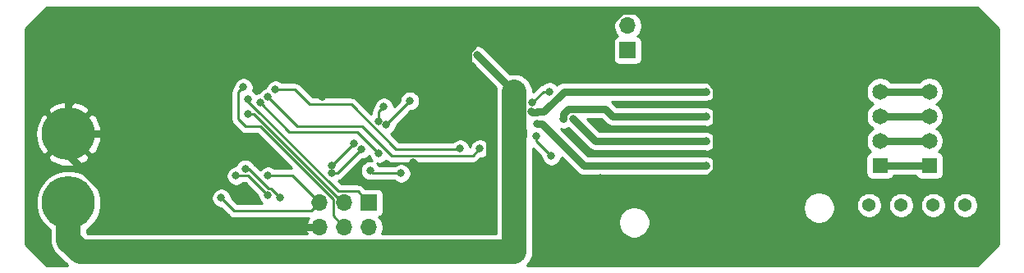
<source format=gbr>
%TF.GenerationSoftware,KiCad,Pcbnew,5.1.8-db9833491~88~ubuntu20.04.1*%
%TF.CreationDate,2020-12-21T09:27:26-06:00*%
%TF.ProjectId,main,6d61696e-2e6b-4696-9361-645f70636258,rev?*%
%TF.SameCoordinates,Original*%
%TF.FileFunction,Copper,L2,Bot*%
%TF.FilePolarity,Positive*%
%FSLAX46Y46*%
G04 Gerber Fmt 4.6, Leading zero omitted, Abs format (unit mm)*
G04 Created by KiCad (PCBNEW 5.1.8-db9833491~88~ubuntu20.04.1) date 2020-12-21 09:27:26*
%MOMM*%
%LPD*%
G01*
G04 APERTURE LIST*
%TA.AperFunction,ComponentPad*%
%ADD10C,1.650000*%
%TD*%
%TA.AperFunction,ComponentPad*%
%ADD11R,1.650000X1.650000*%
%TD*%
%TA.AperFunction,ComponentPad*%
%ADD12C,5.461000*%
%TD*%
%TA.AperFunction,ComponentPad*%
%ADD13O,1.700000X1.700000*%
%TD*%
%TA.AperFunction,ComponentPad*%
%ADD14R,1.700000X1.700000*%
%TD*%
%TA.AperFunction,ViaPad*%
%ADD15C,0.800000*%
%TD*%
%TA.AperFunction,ViaPad*%
%ADD16C,1.371600*%
%TD*%
%TA.AperFunction,ViaPad*%
%ADD17C,1.778000*%
%TD*%
%TA.AperFunction,Conductor*%
%ADD18C,0.762000*%
%TD*%
%TA.AperFunction,Conductor*%
%ADD19C,2.540000*%
%TD*%
%TA.AperFunction,Conductor*%
%ADD20C,0.250000*%
%TD*%
%TA.AperFunction,Conductor*%
%ADD21C,0.254000*%
%TD*%
%TA.AperFunction,Conductor*%
%ADD22C,0.100000*%
%TD*%
G04 APERTURE END LIST*
D10*
%TO.P,J4,4_B*%
%TO.N,/B1*%
X111876000Y-23316000D03*
%TO.P,J4,3_B*%
%TO.N,/B2*%
X111876000Y-25856000D03*
%TO.P,J4,3_A*%
X106796000Y-25856000D03*
%TO.P,J4,2_A*%
%TO.N,/A2*%
X106796000Y-28396000D03*
D11*
%TO.P,J4,1_A*%
%TO.N,/A1*%
X106796000Y-30936000D03*
%TO.P,J4,1_B*%
X111876000Y-30936000D03*
D10*
%TO.P,J4,4_A*%
%TO.N,/B1*%
X106796000Y-23316000D03*
%TO.P,J4,2_B*%
%TO.N,/A2*%
X111876000Y-28396000D03*
%TD*%
D12*
%TO.P,J5,1*%
%TO.N,GND*%
X23114000Y-27686000D03*
%TD*%
%TO.P,J1,1*%
%TO.N,+15V*%
X23114000Y-34798000D03*
%TD*%
D13*
%TO.P,J3,2*%
%TO.N,Net-(J3-Pad2)*%
X80772000Y-16510000D03*
D14*
%TO.P,J3,1*%
%TO.N,+5V*%
X80772000Y-19050000D03*
%TD*%
D13*
%TO.P,J2,6*%
%TO.N,GND*%
X49022000Y-37338000D03*
%TO.P,J2,5*%
%TO.N,/RESET*%
X49022000Y-34798000D03*
%TO.P,J2,4*%
%TO.N,/MOSI*%
X51562000Y-37338000D03*
%TO.P,J2,3*%
%TO.N,/SCK*%
X51562000Y-34798000D03*
%TO.P,J2,2*%
%TO.N,+5V*%
X54102000Y-37338000D03*
D14*
%TO.P,J2,1*%
%TO.N,/MISO*%
X54102000Y-34798000D03*
%TD*%
D15*
%TO.N,GND*%
X64262000Y-26162000D03*
X65786000Y-26162000D03*
X65786000Y-24892000D03*
X64262000Y-24892000D03*
X25146000Y-22606000D03*
X25146000Y-22606000D03*
X31750000Y-25908000D03*
X33786653Y-25903347D03*
X49276000Y-23876000D03*
X49276000Y-22606000D03*
X48768000Y-17018000D03*
X45212000Y-19050000D03*
X34036000Y-15748000D03*
X65532000Y-32512000D03*
X78486000Y-36068000D03*
X82550000Y-32766000D03*
X77978000Y-32258000D03*
X77470000Y-21844000D03*
X67818000Y-17526000D03*
X86360000Y-14986000D03*
X33274000Y-20828000D03*
X58674000Y-30660001D03*
X32898000Y-32898000D03*
D16*
X57404000Y-20320000D03*
D17*
%TO.N,+15V*%
X69088000Y-39878000D03*
X69088000Y-23368000D03*
X69596000Y-27686000D03*
D15*
X65278000Y-19558000D03*
X68326000Y-30988000D03*
%TO.N,Net-(C8-Pad1)*%
X54215000Y-31483000D03*
X57404000Y-31750000D03*
%TO.N,/RESET*%
X38862000Y-34290000D03*
X43688000Y-32004000D03*
%TO.N,/SCK*%
X41656000Y-25654000D03*
%TO.N,/MISO*%
X41656000Y-24130000D03*
%TO.N,Net-(R10-Pad2)*%
X72702672Y-23309328D03*
X70958000Y-24457000D03*
%TO.N,Net-(R11-Pad2)*%
X72898000Y-29972000D03*
X71374000Y-27940000D03*
%TO.N,/MS2*%
X50292000Y-30988000D03*
X52578000Y-28702000D03*
X55118000Y-26416000D03*
X55626000Y-24892000D03*
%TO.N,/MS1*%
X50292000Y-31750000D03*
X53340000Y-29267685D03*
X55880000Y-26727685D03*
X58321843Y-24285843D03*
%TO.N,/MOSI*%
X41148000Y-22860000D03*
%TO.N,/INDEX*%
X55118000Y-29718000D03*
X42856000Y-24454000D03*
%TO.N,/DIR*%
X65523999Y-29201999D03*
X43688000Y-23876000D03*
%TO.N,/STEP*%
X44450000Y-23114000D03*
X63495347Y-29210001D03*
%TO.N,/B1*%
X88848000Y-23316000D03*
D16*
X115570000Y-35052000D03*
D15*
X70866000Y-25400000D03*
%TO.N,/A1*%
X88900000Y-30988000D03*
D16*
X105664000Y-35052000D03*
D15*
X71388014Y-26655986D03*
%TO.N,/A2*%
X75184000Y-26162000D03*
X88900000Y-28448000D03*
D16*
X108966000Y-35052000D03*
D15*
%TO.N,/B2*%
X74168000Y-26162000D03*
X88900000Y-25908000D03*
D16*
X112268000Y-35052000D03*
D15*
%TO.N,Net-(S1-PadY)*%
X41331770Y-31279000D03*
X44962653Y-34285347D03*
%TO.N,Net-(S1-PadX)*%
X40386000Y-32004000D03*
X43688000Y-34036000D03*
%TD*%
D18*
%TO.N,GND*%
X23114000Y-24638000D02*
X25146000Y-22606000D01*
X23114000Y-27686000D02*
X23114000Y-24638000D01*
X27178000Y-22606000D02*
X34036000Y-15748000D01*
X25146000Y-22606000D02*
X27178000Y-22606000D01*
X41910000Y-15748000D02*
X45212000Y-19050000D01*
X34036000Y-15748000D02*
X41910000Y-15748000D01*
X46736000Y-19050000D02*
X48768000Y-17018000D01*
X45212000Y-19050000D02*
X46736000Y-19050000D01*
X67310000Y-17018000D02*
X67818000Y-17526000D01*
X48768000Y-17018000D02*
X67310000Y-17018000D01*
X73152000Y-17526000D02*
X77470000Y-21844000D01*
X67818000Y-17526000D02*
X73152000Y-17526000D01*
X80178118Y-14986000D02*
X86360000Y-14986000D01*
X77470000Y-17694118D02*
X80178118Y-14986000D01*
X77470000Y-21844000D02*
X77470000Y-17694118D01*
X29972000Y-27686000D02*
X31750000Y-25908000D01*
X23114000Y-27686000D02*
X29972000Y-27686000D01*
X33782000Y-25908000D02*
X33786653Y-25903347D01*
X31750000Y-25908000D02*
X33782000Y-25908000D01*
X23114000Y-29896978D02*
X23114000Y-27686000D01*
X30555022Y-37338000D02*
X23114000Y-29896978D01*
X49022000Y-37338000D02*
X30555022Y-37338000D01*
X66505000Y-26881000D02*
X65786000Y-26162000D01*
X66505000Y-31539000D02*
X66505000Y-26881000D01*
X65532000Y-32512000D02*
X66505000Y-31539000D01*
X64296999Y-23402999D02*
X65786000Y-24892000D01*
X64296999Y-19087119D02*
X64296999Y-23402999D01*
X65858118Y-17526000D02*
X64296999Y-19087119D01*
X67818000Y-17526000D02*
X65858118Y-17526000D01*
X89881001Y-31458881D02*
X89081882Y-32258000D01*
X89881001Y-22897119D02*
X89881001Y-31458881D01*
X88827882Y-21844000D02*
X89881001Y-22897119D01*
X77470000Y-21844000D02*
X88827882Y-21844000D01*
X77978000Y-35560000D02*
X78486000Y-36068000D01*
X77978000Y-32258000D02*
X77978000Y-35560000D01*
X82550000Y-32512000D02*
X82296000Y-32258000D01*
X82550000Y-32766000D02*
X82550000Y-32512000D01*
X82296000Y-32258000D02*
X77978000Y-32258000D01*
X89081882Y-32258000D02*
X82296000Y-32258000D01*
X34036000Y-20066000D02*
X33274000Y-20828000D01*
X34036000Y-15748000D02*
X34036000Y-20066000D01*
X49276000Y-21590000D02*
X46736000Y-19050000D01*
X49276000Y-22606000D02*
X49276000Y-21590000D01*
X49276000Y-23876000D02*
X49276000Y-22606000D01*
X60525999Y-32512000D02*
X58674000Y-30660001D01*
X65532000Y-32512000D02*
X60525999Y-32512000D01*
X32898000Y-34995022D02*
X30555022Y-37338000D01*
X32898000Y-32898000D02*
X32898000Y-34995022D01*
D19*
%TO.N,+15V*%
X23114000Y-38659510D02*
X24332490Y-39878000D01*
X23114000Y-34798000D02*
X23114000Y-38659510D01*
X24332490Y-39878000D02*
X32258000Y-39878000D01*
X32258000Y-39878000D02*
X61214000Y-39878000D01*
X61214000Y-39878000D02*
X69088000Y-39878000D01*
X69088000Y-39878000D02*
X69088000Y-39878000D01*
X69088000Y-39878000D02*
X69088000Y-39878000D01*
X69088000Y-39878000D02*
X69088000Y-39878000D01*
X69088000Y-27686000D02*
X69088000Y-23368000D01*
D18*
X69088000Y-23368000D02*
X65278000Y-19558000D01*
X65278000Y-19558000D02*
X65278000Y-19558000D01*
D19*
X69088000Y-31242000D02*
X69088000Y-27686000D01*
X69088000Y-39878000D02*
X69088000Y-31242000D01*
D20*
%TO.N,Net-(C8-Pad1)*%
X54482000Y-31750000D02*
X54215000Y-31483000D01*
X57404000Y-31750000D02*
X54482000Y-31750000D01*
%TO.N,/RESET*%
X46228000Y-32004000D02*
X49022000Y-34798000D01*
X43688000Y-32004000D02*
X46228000Y-32004000D01*
X40219999Y-35647999D02*
X38862000Y-34290000D01*
X48172001Y-35647999D02*
X40219999Y-35647999D01*
X49022000Y-34798000D02*
X48172001Y-35647999D01*
%TO.N,/SCK*%
X51562000Y-34798000D02*
X51397412Y-34798000D01*
X51397412Y-34798000D02*
X42253412Y-25654000D01*
X42253412Y-25654000D02*
X41656000Y-25654000D01*
X41656000Y-25654000D02*
X41656000Y-25654000D01*
%TO.N,/MISO*%
X50951997Y-33622999D02*
X41656000Y-24327002D01*
X52926999Y-33622999D02*
X50951997Y-33622999D01*
X54102000Y-34798000D02*
X52926999Y-33622999D01*
X41656000Y-24327002D02*
X41656000Y-24130000D01*
%TO.N,Net-(R10-Pad2)*%
X72644000Y-23368000D02*
X72702672Y-23309328D01*
X72105672Y-23309328D02*
X70958000Y-24457000D01*
X72702672Y-23309328D02*
X72105672Y-23309328D01*
%TO.N,Net-(R11-Pad2)*%
X72898000Y-29972000D02*
X71374000Y-28448000D01*
X71374000Y-28448000D02*
X71374000Y-27940000D01*
%TO.N,/MS2*%
X50292000Y-30988000D02*
X52578000Y-28702000D01*
X52578000Y-28702000D02*
X52578000Y-28702000D01*
X55118000Y-26416000D02*
X55118000Y-25400000D01*
X55118000Y-25400000D02*
X55626000Y-24892000D01*
X55626000Y-24892000D02*
X55626000Y-24892000D01*
%TO.N,/MS1*%
X50857685Y-31750000D02*
X53340000Y-29267685D01*
X50292000Y-31750000D02*
X50857685Y-31750000D01*
X53340000Y-29267685D02*
X53340000Y-29267685D01*
X55880000Y-26727685D02*
X58321843Y-24285843D01*
X58321843Y-24285843D02*
X58420000Y-24187685D01*
%TO.N,/MOSI*%
X50386999Y-36162999D02*
X50386999Y-34423997D01*
X51562000Y-37338000D02*
X50386999Y-36162999D01*
X50386999Y-34423997D02*
X42887002Y-26924000D01*
X42887002Y-26924000D02*
X41402000Y-26924000D01*
X41402000Y-26924000D02*
X40640000Y-26162000D01*
X40640000Y-26162000D02*
X40640000Y-23368000D01*
X40640000Y-23368000D02*
X41148000Y-22860000D01*
X41148000Y-22860000D02*
X41148000Y-22860000D01*
%TO.N,/INDEX*%
X42856000Y-24454000D02*
X45854686Y-27452686D01*
X52852686Y-27452686D02*
X55118000Y-29718000D01*
X45854686Y-27452686D02*
X52852686Y-27452686D01*
%TO.N,/DIR*%
X46736000Y-26924000D02*
X43688000Y-23876000D01*
X56408003Y-29935001D02*
X53397002Y-26924000D01*
X53397002Y-26924000D02*
X46736000Y-26924000D01*
X64790997Y-29935001D02*
X56408003Y-29935001D01*
X65523999Y-29201999D02*
X64790997Y-29935001D01*
%TO.N,/STEP*%
X44450000Y-23114000D02*
X46482000Y-23114000D01*
X46482000Y-23114000D02*
X48006000Y-24638000D01*
X52266998Y-24638000D02*
X56896000Y-29267002D01*
X48006000Y-24638000D02*
X52266998Y-24638000D01*
X63438346Y-29267002D02*
X63495347Y-29210001D01*
X56896000Y-29267002D02*
X63438346Y-29267002D01*
D18*
%TO.N,/B1*%
X106796000Y-23316000D02*
X111962000Y-23316000D01*
X71428881Y-25438001D02*
X70939010Y-25438001D01*
X71466882Y-25400000D02*
X71428881Y-25438001D01*
X72136000Y-25400000D02*
X71466882Y-25400000D01*
X74220000Y-23316000D02*
X72136000Y-25400000D01*
X88848000Y-23316000D02*
X74220000Y-23316000D01*
%TO.N,/A1*%
X106796000Y-30936000D02*
X111876000Y-30936000D01*
X88848000Y-30936000D02*
X88900000Y-30988000D01*
X71953699Y-26655986D02*
X76233713Y-30936000D01*
X76233713Y-30936000D02*
X76252000Y-30936000D01*
X71388014Y-26655986D02*
X71953699Y-26655986D01*
X76252000Y-30936000D02*
X88848000Y-30936000D01*
%TO.N,/A2*%
X77470000Y-28448000D02*
X77522000Y-28396000D01*
X75184000Y-26162000D02*
X77470000Y-28448000D01*
X106796000Y-28396000D02*
X111876000Y-28396000D01*
X77470000Y-28448000D02*
X88900000Y-28448000D01*
%TO.N,/B2*%
X74168000Y-25596315D02*
X74618315Y-25146000D01*
X74168000Y-26162000D02*
X74168000Y-25596315D01*
X74618315Y-25146000D02*
X78486000Y-25146000D01*
X78486000Y-25146000D02*
X79248000Y-25908000D01*
X79248000Y-25908000D02*
X79300000Y-25856000D01*
X106796000Y-25856000D02*
X111876000Y-25856000D01*
X79248000Y-25908000D02*
X88900000Y-25908000D01*
D20*
%TO.N,Net-(S1-PadY)*%
X41331770Y-31279000D02*
X41693000Y-31279000D01*
X41693000Y-31279000D02*
X43724999Y-33310999D01*
X43988305Y-33310999D02*
X44962653Y-34285347D01*
X43724999Y-33310999D02*
X43988305Y-33310999D01*
%TO.N,Net-(S1-PadX)*%
X41656000Y-32004000D02*
X43688000Y-34036000D01*
X40386000Y-32004000D02*
X41656000Y-32004000D01*
%TD*%
D21*
%TO.N,GND*%
X118974000Y-16783381D02*
X118974001Y-39096618D01*
X116820620Y-41250000D01*
X70419082Y-41250000D01*
X70441556Y-41231556D01*
X70679613Y-40941482D01*
X70856506Y-40610539D01*
X70965436Y-40251445D01*
X71002217Y-39878000D01*
X70993000Y-39784418D01*
X70993000Y-36669017D01*
X79805530Y-36669017D01*
X79805530Y-36990983D01*
X79868342Y-37306763D01*
X79991553Y-37604222D01*
X80170428Y-37871927D01*
X80398093Y-38099592D01*
X80665798Y-38278467D01*
X80963257Y-38401678D01*
X81279037Y-38464490D01*
X81601003Y-38464490D01*
X81916783Y-38401678D01*
X82214242Y-38278467D01*
X82481947Y-38099592D01*
X82709612Y-37871927D01*
X82888487Y-37604222D01*
X83011698Y-37306763D01*
X83074510Y-36990983D01*
X83074510Y-36669017D01*
X83011698Y-36353237D01*
X82888487Y-36055778D01*
X82709612Y-35788073D01*
X82481947Y-35560408D01*
X82214242Y-35381533D01*
X81916783Y-35258322D01*
X81601003Y-35195510D01*
X81279037Y-35195510D01*
X80963257Y-35258322D01*
X80665798Y-35381533D01*
X80398093Y-35560408D01*
X80170428Y-35788073D01*
X79991553Y-36055778D01*
X79868342Y-36353237D01*
X79805530Y-36669017D01*
X70993000Y-36669017D01*
X70993000Y-35152637D01*
X98847910Y-35152637D01*
X98847910Y-35474603D01*
X98910722Y-35790383D01*
X99033933Y-36087842D01*
X99212808Y-36355547D01*
X99440473Y-36583212D01*
X99708178Y-36762087D01*
X100005637Y-36885298D01*
X100321417Y-36948110D01*
X100643383Y-36948110D01*
X100959163Y-36885298D01*
X101256622Y-36762087D01*
X101524327Y-36583212D01*
X101751992Y-36355547D01*
X101930867Y-36087842D01*
X102054078Y-35790383D01*
X102116890Y-35474603D01*
X102116890Y-35152637D01*
X102070997Y-34921913D01*
X104343200Y-34921913D01*
X104343200Y-35182087D01*
X104393957Y-35437263D01*
X104493522Y-35677634D01*
X104638067Y-35893961D01*
X104822039Y-36077933D01*
X105038366Y-36222478D01*
X105278737Y-36322043D01*
X105533913Y-36372800D01*
X105794087Y-36372800D01*
X106049263Y-36322043D01*
X106289634Y-36222478D01*
X106505961Y-36077933D01*
X106689933Y-35893961D01*
X106834478Y-35677634D01*
X106934043Y-35437263D01*
X106984800Y-35182087D01*
X106984800Y-34921913D01*
X107645200Y-34921913D01*
X107645200Y-35182087D01*
X107695957Y-35437263D01*
X107795522Y-35677634D01*
X107940067Y-35893961D01*
X108124039Y-36077933D01*
X108340366Y-36222478D01*
X108580737Y-36322043D01*
X108835913Y-36372800D01*
X109096087Y-36372800D01*
X109351263Y-36322043D01*
X109591634Y-36222478D01*
X109807961Y-36077933D01*
X109991933Y-35893961D01*
X110136478Y-35677634D01*
X110236043Y-35437263D01*
X110286800Y-35182087D01*
X110286800Y-34921913D01*
X110947200Y-34921913D01*
X110947200Y-35182087D01*
X110997957Y-35437263D01*
X111097522Y-35677634D01*
X111242067Y-35893961D01*
X111426039Y-36077933D01*
X111642366Y-36222478D01*
X111882737Y-36322043D01*
X112137913Y-36372800D01*
X112398087Y-36372800D01*
X112653263Y-36322043D01*
X112893634Y-36222478D01*
X113109961Y-36077933D01*
X113293933Y-35893961D01*
X113438478Y-35677634D01*
X113538043Y-35437263D01*
X113588800Y-35182087D01*
X113588800Y-34921913D01*
X114249200Y-34921913D01*
X114249200Y-35182087D01*
X114299957Y-35437263D01*
X114399522Y-35677634D01*
X114544067Y-35893961D01*
X114728039Y-36077933D01*
X114944366Y-36222478D01*
X115184737Y-36322043D01*
X115439913Y-36372800D01*
X115700087Y-36372800D01*
X115955263Y-36322043D01*
X116195634Y-36222478D01*
X116411961Y-36077933D01*
X116595933Y-35893961D01*
X116740478Y-35677634D01*
X116840043Y-35437263D01*
X116890800Y-35182087D01*
X116890800Y-34921913D01*
X116840043Y-34666737D01*
X116740478Y-34426366D01*
X116595933Y-34210039D01*
X116411961Y-34026067D01*
X116195634Y-33881522D01*
X115955263Y-33781957D01*
X115700087Y-33731200D01*
X115439913Y-33731200D01*
X115184737Y-33781957D01*
X114944366Y-33881522D01*
X114728039Y-34026067D01*
X114544067Y-34210039D01*
X114399522Y-34426366D01*
X114299957Y-34666737D01*
X114249200Y-34921913D01*
X113588800Y-34921913D01*
X113538043Y-34666737D01*
X113438478Y-34426366D01*
X113293933Y-34210039D01*
X113109961Y-34026067D01*
X112893634Y-33881522D01*
X112653263Y-33781957D01*
X112398087Y-33731200D01*
X112137913Y-33731200D01*
X111882737Y-33781957D01*
X111642366Y-33881522D01*
X111426039Y-34026067D01*
X111242067Y-34210039D01*
X111097522Y-34426366D01*
X110997957Y-34666737D01*
X110947200Y-34921913D01*
X110286800Y-34921913D01*
X110236043Y-34666737D01*
X110136478Y-34426366D01*
X109991933Y-34210039D01*
X109807961Y-34026067D01*
X109591634Y-33881522D01*
X109351263Y-33781957D01*
X109096087Y-33731200D01*
X108835913Y-33731200D01*
X108580737Y-33781957D01*
X108340366Y-33881522D01*
X108124039Y-34026067D01*
X107940067Y-34210039D01*
X107795522Y-34426366D01*
X107695957Y-34666737D01*
X107645200Y-34921913D01*
X106984800Y-34921913D01*
X106934043Y-34666737D01*
X106834478Y-34426366D01*
X106689933Y-34210039D01*
X106505961Y-34026067D01*
X106289634Y-33881522D01*
X106049263Y-33781957D01*
X105794087Y-33731200D01*
X105533913Y-33731200D01*
X105278737Y-33781957D01*
X105038366Y-33881522D01*
X104822039Y-34026067D01*
X104638067Y-34210039D01*
X104493522Y-34426366D01*
X104393957Y-34666737D01*
X104343200Y-34921913D01*
X102070997Y-34921913D01*
X102054078Y-34836857D01*
X101930867Y-34539398D01*
X101751992Y-34271693D01*
X101524327Y-34044028D01*
X101256622Y-33865153D01*
X100959163Y-33741942D01*
X100643383Y-33679130D01*
X100321417Y-33679130D01*
X100005637Y-33741942D01*
X99708178Y-33865153D01*
X99440473Y-34044028D01*
X99212808Y-34271693D01*
X99033933Y-34539398D01*
X98910722Y-34836857D01*
X98847910Y-35152637D01*
X70993000Y-35152637D01*
X70993000Y-29141801D01*
X71863000Y-30011802D01*
X71863000Y-30073939D01*
X71902774Y-30273898D01*
X71980795Y-30462256D01*
X72094063Y-30631774D01*
X72238226Y-30775937D01*
X72407744Y-30889205D01*
X72596102Y-30967226D01*
X72796061Y-31007000D01*
X72999939Y-31007000D01*
X73199898Y-30967226D01*
X73388256Y-30889205D01*
X73557774Y-30775937D01*
X73701937Y-30631774D01*
X73815205Y-30462256D01*
X73893226Y-30273898D01*
X73933000Y-30073939D01*
X73933000Y-30072128D01*
X75480005Y-31619133D01*
X75511817Y-31657896D01*
X75666523Y-31784860D01*
X75797775Y-31855015D01*
X75843026Y-31879202D01*
X76034542Y-31937298D01*
X76233713Y-31956915D01*
X76283615Y-31952000D01*
X88522716Y-31952000D01*
X88598102Y-31983226D01*
X88798061Y-32023000D01*
X89001939Y-32023000D01*
X89201898Y-31983226D01*
X89390256Y-31905205D01*
X89559774Y-31791937D01*
X89703937Y-31647774D01*
X89817205Y-31478256D01*
X89895226Y-31289898D01*
X89935000Y-31089939D01*
X89935000Y-30886061D01*
X89895226Y-30686102D01*
X89817205Y-30497744D01*
X89703937Y-30328226D01*
X89559774Y-30184063D01*
X89450428Y-30111000D01*
X105332928Y-30111000D01*
X105332928Y-31761000D01*
X105345188Y-31885482D01*
X105381498Y-32005180D01*
X105440463Y-32115494D01*
X105519815Y-32212185D01*
X105616506Y-32291537D01*
X105726820Y-32350502D01*
X105846518Y-32386812D01*
X105971000Y-32399072D01*
X107621000Y-32399072D01*
X107745482Y-32386812D01*
X107865180Y-32350502D01*
X107975494Y-32291537D01*
X108072185Y-32212185D01*
X108151537Y-32115494D01*
X108210502Y-32005180D01*
X108226634Y-31952000D01*
X110445366Y-31952000D01*
X110461498Y-32005180D01*
X110520463Y-32115494D01*
X110599815Y-32212185D01*
X110696506Y-32291537D01*
X110806820Y-32350502D01*
X110926518Y-32386812D01*
X111051000Y-32399072D01*
X112701000Y-32399072D01*
X112825482Y-32386812D01*
X112945180Y-32350502D01*
X113055494Y-32291537D01*
X113152185Y-32212185D01*
X113231537Y-32115494D01*
X113290502Y-32005180D01*
X113326812Y-31885482D01*
X113339072Y-31761000D01*
X113339072Y-30111000D01*
X113326812Y-29986518D01*
X113290502Y-29866820D01*
X113231537Y-29756506D01*
X113152185Y-29659815D01*
X113055494Y-29580463D01*
X112945180Y-29521498D01*
X112845494Y-29491258D01*
X113010056Y-29326696D01*
X113169835Y-29087569D01*
X113279893Y-28821866D01*
X113336000Y-28539797D01*
X113336000Y-28252203D01*
X113279893Y-27970134D01*
X113169835Y-27704431D01*
X113010056Y-27465304D01*
X112806696Y-27261944D01*
X112603241Y-27126000D01*
X112806696Y-26990056D01*
X113010056Y-26786696D01*
X113169835Y-26547569D01*
X113279893Y-26281866D01*
X113336000Y-25999797D01*
X113336000Y-25712203D01*
X113279893Y-25430134D01*
X113169835Y-25164431D01*
X113010056Y-24925304D01*
X112806696Y-24721944D01*
X112603241Y-24586000D01*
X112806696Y-24450056D01*
X113010056Y-24246696D01*
X113169835Y-24007569D01*
X113279893Y-23741866D01*
X113336000Y-23459797D01*
X113336000Y-23172203D01*
X113279893Y-22890134D01*
X113169835Y-22624431D01*
X113010056Y-22385304D01*
X112806696Y-22181944D01*
X112567569Y-22022165D01*
X112301866Y-21912107D01*
X112019797Y-21856000D01*
X111732203Y-21856000D01*
X111450134Y-21912107D01*
X111184431Y-22022165D01*
X110945304Y-22181944D01*
X110827248Y-22300000D01*
X107844752Y-22300000D01*
X107726696Y-22181944D01*
X107487569Y-22022165D01*
X107221866Y-21912107D01*
X106939797Y-21856000D01*
X106652203Y-21856000D01*
X106370134Y-21912107D01*
X106104431Y-22022165D01*
X105865304Y-22181944D01*
X105661944Y-22385304D01*
X105502165Y-22624431D01*
X105392107Y-22890134D01*
X105336000Y-23172203D01*
X105336000Y-23459797D01*
X105392107Y-23741866D01*
X105502165Y-24007569D01*
X105661944Y-24246696D01*
X105865304Y-24450056D01*
X106068759Y-24586000D01*
X105865304Y-24721944D01*
X105661944Y-24925304D01*
X105502165Y-25164431D01*
X105392107Y-25430134D01*
X105336000Y-25712203D01*
X105336000Y-25999797D01*
X105392107Y-26281866D01*
X105502165Y-26547569D01*
X105661944Y-26786696D01*
X105865304Y-26990056D01*
X106068759Y-27126000D01*
X105865304Y-27261944D01*
X105661944Y-27465304D01*
X105502165Y-27704431D01*
X105392107Y-27970134D01*
X105336000Y-28252203D01*
X105336000Y-28539797D01*
X105392107Y-28821866D01*
X105502165Y-29087569D01*
X105661944Y-29326696D01*
X105826506Y-29491258D01*
X105726820Y-29521498D01*
X105616506Y-29580463D01*
X105519815Y-29659815D01*
X105440463Y-29756506D01*
X105381498Y-29866820D01*
X105345188Y-29986518D01*
X105332928Y-30111000D01*
X89450428Y-30111000D01*
X89417258Y-30088837D01*
X89415190Y-30087140D01*
X89412831Y-30085879D01*
X89390256Y-30070795D01*
X89365170Y-30060404D01*
X89238687Y-29992798D01*
X89047171Y-29934702D01*
X88897902Y-29920000D01*
X88848000Y-29915085D01*
X88798098Y-29920000D01*
X76654554Y-29920000D01*
X73898155Y-27163602D01*
X74066061Y-27197000D01*
X74269939Y-27197000D01*
X74469898Y-27157226D01*
X74658256Y-27079205D01*
X74661918Y-27076758D01*
X76716292Y-29131133D01*
X76748104Y-29169896D01*
X76902810Y-29296860D01*
X77079313Y-29391202D01*
X77270829Y-29449298D01*
X77420098Y-29464000D01*
X77470000Y-29468915D01*
X77519902Y-29464000D01*
X88702541Y-29464000D01*
X88798061Y-29483000D01*
X89001939Y-29483000D01*
X89201898Y-29443226D01*
X89390256Y-29365205D01*
X89559774Y-29251937D01*
X89703937Y-29107774D01*
X89817205Y-28938256D01*
X89895226Y-28749898D01*
X89935000Y-28549939D01*
X89935000Y-28346061D01*
X89895226Y-28146102D01*
X89817205Y-27957744D01*
X89703937Y-27788226D01*
X89559774Y-27644063D01*
X89390256Y-27530795D01*
X89201898Y-27452774D01*
X89001939Y-27413000D01*
X88798061Y-27413000D01*
X88702541Y-27432000D01*
X77890841Y-27432000D01*
X76620840Y-26162000D01*
X78065160Y-26162000D01*
X78494292Y-26591133D01*
X78526104Y-26629896D01*
X78680810Y-26756860D01*
X78857311Y-26851201D01*
X78857313Y-26851202D01*
X79048829Y-26909298D01*
X79248000Y-26928915D01*
X79297902Y-26924000D01*
X88702541Y-26924000D01*
X88798061Y-26943000D01*
X89001939Y-26943000D01*
X89201898Y-26903226D01*
X89390256Y-26825205D01*
X89559774Y-26711937D01*
X89703937Y-26567774D01*
X89817205Y-26398256D01*
X89895226Y-26209898D01*
X89935000Y-26009939D01*
X89935000Y-25806061D01*
X89895226Y-25606102D01*
X89817205Y-25417744D01*
X89703937Y-25248226D01*
X89559774Y-25104063D01*
X89390256Y-24990795D01*
X89201898Y-24912774D01*
X89001939Y-24873000D01*
X88798061Y-24873000D01*
X88702541Y-24892000D01*
X79668841Y-24892000D01*
X79239712Y-24462872D01*
X79207896Y-24424104D01*
X79095667Y-24332000D01*
X88650541Y-24332000D01*
X88746061Y-24351000D01*
X88949939Y-24351000D01*
X89149898Y-24311226D01*
X89338256Y-24233205D01*
X89507774Y-24119937D01*
X89651937Y-23975774D01*
X89765205Y-23806256D01*
X89843226Y-23617898D01*
X89883000Y-23417939D01*
X89883000Y-23214061D01*
X89843226Y-23014102D01*
X89765205Y-22825744D01*
X89651937Y-22656226D01*
X89507774Y-22512063D01*
X89338256Y-22398795D01*
X89149898Y-22320774D01*
X88949939Y-22281000D01*
X88746061Y-22281000D01*
X88650541Y-22300000D01*
X74269901Y-22300000D01*
X74219999Y-22295085D01*
X74026921Y-22314102D01*
X74020829Y-22314702D01*
X73829313Y-22372798D01*
X73652810Y-22467140D01*
X73498104Y-22594104D01*
X73476943Y-22619888D01*
X73362446Y-22505391D01*
X73192928Y-22392123D01*
X73004570Y-22314102D01*
X72804611Y-22274328D01*
X72600733Y-22274328D01*
X72400774Y-22314102D01*
X72212416Y-22392123D01*
X72042898Y-22505391D01*
X71991381Y-22556908D01*
X71956686Y-22560325D01*
X71813425Y-22603782D01*
X71681396Y-22674354D01*
X71565671Y-22769327D01*
X71541873Y-22798325D01*
X70993000Y-23347199D01*
X70993000Y-23274418D01*
X70965436Y-22994555D01*
X70856506Y-22635461D01*
X70679613Y-22304518D01*
X70441556Y-22014444D01*
X70151482Y-21776387D01*
X69820539Y-21599494D01*
X69461445Y-21490564D01*
X69088000Y-21453783D01*
X68714556Y-21490564D01*
X68663034Y-21506193D01*
X66136046Y-18979206D01*
X66081937Y-18898226D01*
X65937774Y-18754063D01*
X65768256Y-18640795D01*
X65579898Y-18562774D01*
X65379939Y-18523000D01*
X65176061Y-18523000D01*
X64976102Y-18562774D01*
X64787744Y-18640795D01*
X64618226Y-18754063D01*
X64474063Y-18898226D01*
X64360795Y-19067744D01*
X64282774Y-19256102D01*
X64243000Y-19456061D01*
X64243000Y-19659939D01*
X64282774Y-19859898D01*
X64360795Y-20048256D01*
X64474063Y-20217774D01*
X64618226Y-20361937D01*
X64699206Y-20416046D01*
X67226194Y-22943034D01*
X67210565Y-22994555D01*
X67183001Y-23274418D01*
X67183000Y-27779581D01*
X67183001Y-27779591D01*
X67183000Y-31335581D01*
X67183001Y-31335591D01*
X67183000Y-37973000D01*
X55446327Y-37973000D01*
X55529932Y-37771158D01*
X55587000Y-37484260D01*
X55587000Y-37191740D01*
X55529932Y-36904842D01*
X55417990Y-36634589D01*
X55255475Y-36391368D01*
X55123620Y-36259513D01*
X55196180Y-36237502D01*
X55306494Y-36178537D01*
X55403185Y-36099185D01*
X55482537Y-36002494D01*
X55541502Y-35892180D01*
X55577812Y-35772482D01*
X55590072Y-35648000D01*
X55590072Y-33948000D01*
X55577812Y-33823518D01*
X55541502Y-33703820D01*
X55482537Y-33593506D01*
X55403185Y-33496815D01*
X55306494Y-33417463D01*
X55196180Y-33358498D01*
X55076482Y-33322188D01*
X54952000Y-33309928D01*
X53688729Y-33309928D01*
X53490803Y-33112002D01*
X53467000Y-33082998D01*
X53351275Y-32988025D01*
X53219246Y-32917453D01*
X53075985Y-32873996D01*
X52964332Y-32862999D01*
X52964321Y-32862999D01*
X52926999Y-32859323D01*
X52889677Y-32862999D01*
X51266799Y-32862999D01*
X50954755Y-32550956D01*
X51006724Y-32498987D01*
X51149932Y-32455546D01*
X51281961Y-32384974D01*
X51397686Y-32290001D01*
X51421489Y-32260997D01*
X53379802Y-30302685D01*
X53441939Y-30302685D01*
X53641898Y-30262911D01*
X53830256Y-30184890D01*
X53999774Y-30071622D01*
X54110949Y-29960447D01*
X54122774Y-30019898D01*
X54200795Y-30208256D01*
X54314063Y-30377774D01*
X54401012Y-30464723D01*
X54316939Y-30448000D01*
X54113061Y-30448000D01*
X53913102Y-30487774D01*
X53724744Y-30565795D01*
X53555226Y-30679063D01*
X53411063Y-30823226D01*
X53297795Y-30992744D01*
X53219774Y-31181102D01*
X53180000Y-31381061D01*
X53180000Y-31584939D01*
X53219774Y-31784898D01*
X53297795Y-31973256D01*
X53411063Y-32142774D01*
X53555226Y-32286937D01*
X53724744Y-32400205D01*
X53913102Y-32478226D01*
X54113061Y-32518000D01*
X54316939Y-32518000D01*
X54386139Y-32504235D01*
X54444667Y-32510000D01*
X54444677Y-32510000D01*
X54481999Y-32513676D01*
X54519322Y-32510000D01*
X56700289Y-32510000D01*
X56744226Y-32553937D01*
X56913744Y-32667205D01*
X57102102Y-32745226D01*
X57302061Y-32785000D01*
X57505939Y-32785000D01*
X57705898Y-32745226D01*
X57894256Y-32667205D01*
X58063774Y-32553937D01*
X58207937Y-32409774D01*
X58321205Y-32240256D01*
X58399226Y-32051898D01*
X58439000Y-31851939D01*
X58439000Y-31648061D01*
X58399226Y-31448102D01*
X58321205Y-31259744D01*
X58207937Y-31090226D01*
X58063774Y-30946063D01*
X57894256Y-30832795D01*
X57705898Y-30754774D01*
X57505939Y-30715000D01*
X57302061Y-30715000D01*
X57102102Y-30754774D01*
X56913744Y-30832795D01*
X56744226Y-30946063D01*
X56700289Y-30990000D01*
X55130372Y-30990000D01*
X55018937Y-30823226D01*
X54931988Y-30736277D01*
X55016061Y-30753000D01*
X55219939Y-30753000D01*
X55419898Y-30713226D01*
X55608256Y-30635205D01*
X55777774Y-30521937D01*
X55848488Y-30451223D01*
X55868002Y-30475002D01*
X55896995Y-30498796D01*
X55896999Y-30498800D01*
X55942083Y-30535799D01*
X55983727Y-30569975D01*
X56115756Y-30640547D01*
X56259017Y-30684004D01*
X56370670Y-30695001D01*
X56370679Y-30695001D01*
X56408002Y-30698677D01*
X56445325Y-30695001D01*
X64753675Y-30695001D01*
X64790997Y-30698677D01*
X64828319Y-30695001D01*
X64828330Y-30695001D01*
X64939983Y-30684004D01*
X65083244Y-30640547D01*
X65215273Y-30569975D01*
X65330998Y-30475002D01*
X65354800Y-30445999D01*
X65563800Y-30236999D01*
X65625938Y-30236999D01*
X65825897Y-30197225D01*
X66014255Y-30119204D01*
X66183773Y-30005936D01*
X66327936Y-29861773D01*
X66441204Y-29692255D01*
X66519225Y-29503897D01*
X66558999Y-29303938D01*
X66558999Y-29100060D01*
X66519225Y-28900101D01*
X66441204Y-28711743D01*
X66327936Y-28542225D01*
X66183773Y-28398062D01*
X66014255Y-28284794D01*
X65825897Y-28206773D01*
X65625938Y-28166999D01*
X65422060Y-28166999D01*
X65222101Y-28206773D01*
X65033743Y-28284794D01*
X64864225Y-28398062D01*
X64720062Y-28542225D01*
X64606794Y-28711743D01*
X64528773Y-28900101D01*
X64508877Y-29000125D01*
X64490573Y-28908103D01*
X64412552Y-28719745D01*
X64299284Y-28550227D01*
X64155121Y-28406064D01*
X63985603Y-28292796D01*
X63797245Y-28214775D01*
X63597286Y-28175001D01*
X63393408Y-28175001D01*
X63193449Y-28214775D01*
X63005091Y-28292796D01*
X62835573Y-28406064D01*
X62734635Y-28507002D01*
X57210803Y-28507002D01*
X56355007Y-27651206D01*
X56370256Y-27644890D01*
X56539774Y-27531622D01*
X56683937Y-27387459D01*
X56797205Y-27217941D01*
X56875226Y-27029583D01*
X56915000Y-26829624D01*
X56915000Y-26767486D01*
X58361645Y-25320843D01*
X58423782Y-25320843D01*
X58623741Y-25281069D01*
X58812099Y-25203048D01*
X58981617Y-25089780D01*
X59125780Y-24945617D01*
X59239048Y-24776099D01*
X59317069Y-24587741D01*
X59356843Y-24387782D01*
X59356843Y-24183904D01*
X59317069Y-23983945D01*
X59239048Y-23795587D01*
X59125780Y-23626069D01*
X58981617Y-23481906D01*
X58812099Y-23368638D01*
X58623741Y-23290617D01*
X58423782Y-23250843D01*
X58219904Y-23250843D01*
X58019945Y-23290617D01*
X57831587Y-23368638D01*
X57662069Y-23481906D01*
X57517906Y-23626069D01*
X57404638Y-23795587D01*
X57326617Y-23983945D01*
X57286843Y-24183904D01*
X57286843Y-24246041D01*
X56661000Y-24871884D01*
X56661000Y-24790061D01*
X56621226Y-24590102D01*
X56543205Y-24401744D01*
X56429937Y-24232226D01*
X56285774Y-24088063D01*
X56116256Y-23974795D01*
X55927898Y-23896774D01*
X55727939Y-23857000D01*
X55524061Y-23857000D01*
X55324102Y-23896774D01*
X55135744Y-23974795D01*
X54966226Y-24088063D01*
X54822063Y-24232226D01*
X54708795Y-24401744D01*
X54630774Y-24590102D01*
X54591000Y-24790061D01*
X54591000Y-24849330D01*
X54578000Y-24859999D01*
X54554202Y-24888997D01*
X54554201Y-24888998D01*
X54483026Y-24975724D01*
X54412454Y-25107754D01*
X54394551Y-25166774D01*
X54368998Y-25251014D01*
X54358091Y-25361753D01*
X54354324Y-25400000D01*
X54358001Y-25437332D01*
X54358001Y-25654201D01*
X52830802Y-24127003D01*
X52806999Y-24097999D01*
X52691274Y-24003026D01*
X52559245Y-23932454D01*
X52415984Y-23888997D01*
X52304331Y-23878000D01*
X52304320Y-23878000D01*
X52266998Y-23874324D01*
X52229676Y-23878000D01*
X48320803Y-23878000D01*
X47045803Y-22603002D01*
X47022001Y-22573999D01*
X46906276Y-22479026D01*
X46774247Y-22408454D01*
X46630986Y-22364997D01*
X46519333Y-22354000D01*
X46519322Y-22354000D01*
X46482000Y-22350324D01*
X46444678Y-22354000D01*
X45153711Y-22354000D01*
X45109774Y-22310063D01*
X44940256Y-22196795D01*
X44751898Y-22118774D01*
X44551939Y-22079000D01*
X44348061Y-22079000D01*
X44148102Y-22118774D01*
X43959744Y-22196795D01*
X43790226Y-22310063D01*
X43646063Y-22454226D01*
X43532795Y-22623744D01*
X43454774Y-22812102D01*
X43443381Y-22869381D01*
X43386102Y-22880774D01*
X43197744Y-22958795D01*
X43028226Y-23072063D01*
X42884063Y-23216226D01*
X42770795Y-23385744D01*
X42757020Y-23419000D01*
X42754061Y-23419000D01*
X42554102Y-23458774D01*
X42474356Y-23491806D01*
X42459937Y-23470226D01*
X42315774Y-23326063D01*
X42146256Y-23212795D01*
X42125675Y-23204270D01*
X42143226Y-23161898D01*
X42183000Y-22961939D01*
X42183000Y-22758061D01*
X42143226Y-22558102D01*
X42065205Y-22369744D01*
X41951937Y-22200226D01*
X41807774Y-22056063D01*
X41638256Y-21942795D01*
X41449898Y-21864774D01*
X41249939Y-21825000D01*
X41046061Y-21825000D01*
X40846102Y-21864774D01*
X40657744Y-21942795D01*
X40488226Y-22056063D01*
X40344063Y-22200226D01*
X40230795Y-22369744D01*
X40152774Y-22558102D01*
X40113000Y-22758061D01*
X40113000Y-22817330D01*
X40100000Y-22827999D01*
X40076202Y-22856997D01*
X40076201Y-22856998D01*
X40005026Y-22943724D01*
X39934454Y-23075754D01*
X39918910Y-23126998D01*
X39890998Y-23219014D01*
X39880001Y-23330667D01*
X39876324Y-23368000D01*
X39880001Y-23405332D01*
X39880000Y-26124677D01*
X39876324Y-26162000D01*
X39880000Y-26199322D01*
X39880000Y-26199332D01*
X39890997Y-26310985D01*
X39925821Y-26425787D01*
X39934454Y-26454246D01*
X40005026Y-26586276D01*
X40042348Y-26631753D01*
X40099999Y-26702001D01*
X40129002Y-26725803D01*
X40838201Y-27435002D01*
X40861999Y-27464001D01*
X40977724Y-27558974D01*
X41109753Y-27629546D01*
X41253014Y-27673003D01*
X41364667Y-27684000D01*
X41364675Y-27684000D01*
X41402000Y-27687676D01*
X41439325Y-27684000D01*
X42572201Y-27684000D01*
X46132200Y-31244000D01*
X44391711Y-31244000D01*
X44347774Y-31200063D01*
X44178256Y-31086795D01*
X43989898Y-31008774D01*
X43789939Y-30969000D01*
X43586061Y-30969000D01*
X43386102Y-31008774D01*
X43197744Y-31086795D01*
X43028226Y-31200063D01*
X42884063Y-31344226D01*
X42863621Y-31374820D01*
X42256804Y-30768003D01*
X42233001Y-30738999D01*
X42194775Y-30707628D01*
X42135707Y-30619226D01*
X41991544Y-30475063D01*
X41822026Y-30361795D01*
X41633668Y-30283774D01*
X41433709Y-30244000D01*
X41229831Y-30244000D01*
X41029872Y-30283774D01*
X40841514Y-30361795D01*
X40671996Y-30475063D01*
X40527833Y-30619226D01*
X40414565Y-30788744D01*
X40339900Y-30969000D01*
X40284061Y-30969000D01*
X40084102Y-31008774D01*
X39895744Y-31086795D01*
X39726226Y-31200063D01*
X39582063Y-31344226D01*
X39468795Y-31513744D01*
X39390774Y-31702102D01*
X39351000Y-31902061D01*
X39351000Y-32105939D01*
X39390774Y-32305898D01*
X39468795Y-32494256D01*
X39582063Y-32663774D01*
X39726226Y-32807937D01*
X39895744Y-32921205D01*
X40084102Y-32999226D01*
X40284061Y-33039000D01*
X40487939Y-33039000D01*
X40687898Y-32999226D01*
X40876256Y-32921205D01*
X41045774Y-32807937D01*
X41089711Y-32764000D01*
X41341199Y-32764000D01*
X42653000Y-34075802D01*
X42653000Y-34137939D01*
X42692774Y-34337898D01*
X42770795Y-34526256D01*
X42884063Y-34695774D01*
X43028226Y-34839937D01*
X43100156Y-34887999D01*
X40534801Y-34887999D01*
X39897000Y-34250199D01*
X39897000Y-34188061D01*
X39857226Y-33988102D01*
X39779205Y-33799744D01*
X39665937Y-33630226D01*
X39521774Y-33486063D01*
X39352256Y-33372795D01*
X39163898Y-33294774D01*
X38963939Y-33255000D01*
X38760061Y-33255000D01*
X38560102Y-33294774D01*
X38371744Y-33372795D01*
X38202226Y-33486063D01*
X38058063Y-33630226D01*
X37944795Y-33799744D01*
X37866774Y-33988102D01*
X37827000Y-34188061D01*
X37827000Y-34391939D01*
X37866774Y-34591898D01*
X37944795Y-34780256D01*
X38058063Y-34949774D01*
X38202226Y-35093937D01*
X38371744Y-35207205D01*
X38560102Y-35285226D01*
X38760061Y-35325000D01*
X38822199Y-35325000D01*
X39656200Y-36159002D01*
X39679998Y-36188000D01*
X39708996Y-36211798D01*
X39795723Y-36282973D01*
X39927752Y-36353545D01*
X40071013Y-36397002D01*
X40219999Y-36411676D01*
X40257332Y-36407999D01*
X47870671Y-36407999D01*
X47826822Y-36456645D01*
X47677843Y-36706748D01*
X47580519Y-36981109D01*
X47701186Y-37211000D01*
X48895000Y-37211000D01*
X48895000Y-37191000D01*
X49149000Y-37191000D01*
X49149000Y-37211000D01*
X49169000Y-37211000D01*
X49169000Y-37465000D01*
X49149000Y-37465000D01*
X49149000Y-37485000D01*
X48895000Y-37485000D01*
X48895000Y-37465000D01*
X47701186Y-37465000D01*
X47580519Y-37694891D01*
X47677843Y-37969252D01*
X47680076Y-37973000D01*
X25121566Y-37973000D01*
X25019000Y-37870435D01*
X25019000Y-37572772D01*
X25259381Y-37412154D01*
X25728154Y-36943381D01*
X26096467Y-36392162D01*
X26350166Y-35779680D01*
X26479500Y-35129473D01*
X26479500Y-34466527D01*
X26350166Y-33816320D01*
X26096467Y-33203838D01*
X25728154Y-32652619D01*
X25259381Y-32183846D01*
X24708162Y-31815533D01*
X24095680Y-31561834D01*
X23445473Y-31432500D01*
X22782527Y-31432500D01*
X22132320Y-31561834D01*
X21519838Y-31815533D01*
X20968619Y-32183846D01*
X20499846Y-32652619D01*
X20131533Y-33203838D01*
X19877834Y-33816320D01*
X19748500Y-34466527D01*
X19748500Y-35129473D01*
X19877834Y-35779680D01*
X20131533Y-36392162D01*
X20499846Y-36943381D01*
X20968619Y-37412154D01*
X21209001Y-37572772D01*
X21209001Y-38565921D01*
X21199783Y-38659510D01*
X21236565Y-39032955D01*
X21345495Y-39392049D01*
X21522387Y-39722992D01*
X21596884Y-39813766D01*
X21760445Y-40013066D01*
X21833140Y-40072725D01*
X22919274Y-41158860D01*
X22978934Y-41231556D01*
X23001408Y-41250000D01*
X20847381Y-41250000D01*
X18694000Y-39096620D01*
X18694000Y-30053062D01*
X20926543Y-30053062D01*
X21230385Y-30494639D01*
X21814517Y-30808147D01*
X22448586Y-31001672D01*
X23108228Y-31067778D01*
X23768091Y-31003925D01*
X24402817Y-30812565D01*
X24988016Y-30501054D01*
X24997615Y-30494639D01*
X25301457Y-30053062D01*
X23114000Y-27865605D01*
X20926543Y-30053062D01*
X18694000Y-30053062D01*
X18694000Y-27680228D01*
X19732222Y-27680228D01*
X19796075Y-28340091D01*
X19987435Y-28974817D01*
X20298946Y-29560016D01*
X20305361Y-29569615D01*
X20746938Y-29873457D01*
X22934395Y-27686000D01*
X23293605Y-27686000D01*
X25481062Y-29873457D01*
X25922639Y-29569615D01*
X26236147Y-28985483D01*
X26429672Y-28351414D01*
X26495778Y-27691772D01*
X26431925Y-27031909D01*
X26240565Y-26397183D01*
X25929054Y-25811984D01*
X25922639Y-25802385D01*
X25481062Y-25498543D01*
X23293605Y-27686000D01*
X22934395Y-27686000D01*
X20746938Y-25498543D01*
X20305361Y-25802385D01*
X19991853Y-26386517D01*
X19798328Y-27020586D01*
X19732222Y-27680228D01*
X18694000Y-27680228D01*
X18694000Y-25318938D01*
X20926543Y-25318938D01*
X23114000Y-27506395D01*
X25301457Y-25318938D01*
X24997615Y-24877361D01*
X24413483Y-24563853D01*
X23779414Y-24370328D01*
X23119772Y-24304222D01*
X22459909Y-24368075D01*
X21825183Y-24559435D01*
X21239984Y-24870946D01*
X21230385Y-24877361D01*
X20926543Y-25318938D01*
X18694000Y-25318938D01*
X18694000Y-18200000D01*
X79283928Y-18200000D01*
X79283928Y-19900000D01*
X79296188Y-20024482D01*
X79332498Y-20144180D01*
X79391463Y-20254494D01*
X79470815Y-20351185D01*
X79567506Y-20430537D01*
X79677820Y-20489502D01*
X79797518Y-20525812D01*
X79922000Y-20538072D01*
X81622000Y-20538072D01*
X81746482Y-20525812D01*
X81866180Y-20489502D01*
X81976494Y-20430537D01*
X82073185Y-20351185D01*
X82152537Y-20254494D01*
X82211502Y-20144180D01*
X82247812Y-20024482D01*
X82260072Y-19900000D01*
X82260072Y-18200000D01*
X82247812Y-18075518D01*
X82211502Y-17955820D01*
X82152537Y-17845506D01*
X82073185Y-17748815D01*
X81976494Y-17669463D01*
X81866180Y-17610498D01*
X81793620Y-17588487D01*
X81925475Y-17456632D01*
X82087990Y-17213411D01*
X82199932Y-16943158D01*
X82257000Y-16656260D01*
X82257000Y-16363740D01*
X82199932Y-16076842D01*
X82087990Y-15806589D01*
X81925475Y-15563368D01*
X81718632Y-15356525D01*
X81475411Y-15194010D01*
X81205158Y-15082068D01*
X80918260Y-15025000D01*
X80625740Y-15025000D01*
X80338842Y-15082068D01*
X80068589Y-15194010D01*
X79825368Y-15356525D01*
X79618525Y-15563368D01*
X79456010Y-15806589D01*
X79344068Y-16076842D01*
X79287000Y-16363740D01*
X79287000Y-16656260D01*
X79344068Y-16943158D01*
X79456010Y-17213411D01*
X79618525Y-17456632D01*
X79750380Y-17588487D01*
X79677820Y-17610498D01*
X79567506Y-17669463D01*
X79470815Y-17748815D01*
X79391463Y-17845506D01*
X79332498Y-17955820D01*
X79296188Y-18075518D01*
X79283928Y-18200000D01*
X18694000Y-18200000D01*
X18694000Y-16783380D01*
X20847381Y-14630000D01*
X116820620Y-14630000D01*
X118974000Y-16783381D01*
%TA.AperFunction,Conductor*%
D22*
G36*
X118974000Y-16783381D02*
G01*
X118974001Y-39096618D01*
X116820620Y-41250000D01*
X70419082Y-41250000D01*
X70441556Y-41231556D01*
X70679613Y-40941482D01*
X70856506Y-40610539D01*
X70965436Y-40251445D01*
X71002217Y-39878000D01*
X70993000Y-39784418D01*
X70993000Y-36669017D01*
X79805530Y-36669017D01*
X79805530Y-36990983D01*
X79868342Y-37306763D01*
X79991553Y-37604222D01*
X80170428Y-37871927D01*
X80398093Y-38099592D01*
X80665798Y-38278467D01*
X80963257Y-38401678D01*
X81279037Y-38464490D01*
X81601003Y-38464490D01*
X81916783Y-38401678D01*
X82214242Y-38278467D01*
X82481947Y-38099592D01*
X82709612Y-37871927D01*
X82888487Y-37604222D01*
X83011698Y-37306763D01*
X83074510Y-36990983D01*
X83074510Y-36669017D01*
X83011698Y-36353237D01*
X82888487Y-36055778D01*
X82709612Y-35788073D01*
X82481947Y-35560408D01*
X82214242Y-35381533D01*
X81916783Y-35258322D01*
X81601003Y-35195510D01*
X81279037Y-35195510D01*
X80963257Y-35258322D01*
X80665798Y-35381533D01*
X80398093Y-35560408D01*
X80170428Y-35788073D01*
X79991553Y-36055778D01*
X79868342Y-36353237D01*
X79805530Y-36669017D01*
X70993000Y-36669017D01*
X70993000Y-35152637D01*
X98847910Y-35152637D01*
X98847910Y-35474603D01*
X98910722Y-35790383D01*
X99033933Y-36087842D01*
X99212808Y-36355547D01*
X99440473Y-36583212D01*
X99708178Y-36762087D01*
X100005637Y-36885298D01*
X100321417Y-36948110D01*
X100643383Y-36948110D01*
X100959163Y-36885298D01*
X101256622Y-36762087D01*
X101524327Y-36583212D01*
X101751992Y-36355547D01*
X101930867Y-36087842D01*
X102054078Y-35790383D01*
X102116890Y-35474603D01*
X102116890Y-35152637D01*
X102070997Y-34921913D01*
X104343200Y-34921913D01*
X104343200Y-35182087D01*
X104393957Y-35437263D01*
X104493522Y-35677634D01*
X104638067Y-35893961D01*
X104822039Y-36077933D01*
X105038366Y-36222478D01*
X105278737Y-36322043D01*
X105533913Y-36372800D01*
X105794087Y-36372800D01*
X106049263Y-36322043D01*
X106289634Y-36222478D01*
X106505961Y-36077933D01*
X106689933Y-35893961D01*
X106834478Y-35677634D01*
X106934043Y-35437263D01*
X106984800Y-35182087D01*
X106984800Y-34921913D01*
X107645200Y-34921913D01*
X107645200Y-35182087D01*
X107695957Y-35437263D01*
X107795522Y-35677634D01*
X107940067Y-35893961D01*
X108124039Y-36077933D01*
X108340366Y-36222478D01*
X108580737Y-36322043D01*
X108835913Y-36372800D01*
X109096087Y-36372800D01*
X109351263Y-36322043D01*
X109591634Y-36222478D01*
X109807961Y-36077933D01*
X109991933Y-35893961D01*
X110136478Y-35677634D01*
X110236043Y-35437263D01*
X110286800Y-35182087D01*
X110286800Y-34921913D01*
X110947200Y-34921913D01*
X110947200Y-35182087D01*
X110997957Y-35437263D01*
X111097522Y-35677634D01*
X111242067Y-35893961D01*
X111426039Y-36077933D01*
X111642366Y-36222478D01*
X111882737Y-36322043D01*
X112137913Y-36372800D01*
X112398087Y-36372800D01*
X112653263Y-36322043D01*
X112893634Y-36222478D01*
X113109961Y-36077933D01*
X113293933Y-35893961D01*
X113438478Y-35677634D01*
X113538043Y-35437263D01*
X113588800Y-35182087D01*
X113588800Y-34921913D01*
X114249200Y-34921913D01*
X114249200Y-35182087D01*
X114299957Y-35437263D01*
X114399522Y-35677634D01*
X114544067Y-35893961D01*
X114728039Y-36077933D01*
X114944366Y-36222478D01*
X115184737Y-36322043D01*
X115439913Y-36372800D01*
X115700087Y-36372800D01*
X115955263Y-36322043D01*
X116195634Y-36222478D01*
X116411961Y-36077933D01*
X116595933Y-35893961D01*
X116740478Y-35677634D01*
X116840043Y-35437263D01*
X116890800Y-35182087D01*
X116890800Y-34921913D01*
X116840043Y-34666737D01*
X116740478Y-34426366D01*
X116595933Y-34210039D01*
X116411961Y-34026067D01*
X116195634Y-33881522D01*
X115955263Y-33781957D01*
X115700087Y-33731200D01*
X115439913Y-33731200D01*
X115184737Y-33781957D01*
X114944366Y-33881522D01*
X114728039Y-34026067D01*
X114544067Y-34210039D01*
X114399522Y-34426366D01*
X114299957Y-34666737D01*
X114249200Y-34921913D01*
X113588800Y-34921913D01*
X113538043Y-34666737D01*
X113438478Y-34426366D01*
X113293933Y-34210039D01*
X113109961Y-34026067D01*
X112893634Y-33881522D01*
X112653263Y-33781957D01*
X112398087Y-33731200D01*
X112137913Y-33731200D01*
X111882737Y-33781957D01*
X111642366Y-33881522D01*
X111426039Y-34026067D01*
X111242067Y-34210039D01*
X111097522Y-34426366D01*
X110997957Y-34666737D01*
X110947200Y-34921913D01*
X110286800Y-34921913D01*
X110236043Y-34666737D01*
X110136478Y-34426366D01*
X109991933Y-34210039D01*
X109807961Y-34026067D01*
X109591634Y-33881522D01*
X109351263Y-33781957D01*
X109096087Y-33731200D01*
X108835913Y-33731200D01*
X108580737Y-33781957D01*
X108340366Y-33881522D01*
X108124039Y-34026067D01*
X107940067Y-34210039D01*
X107795522Y-34426366D01*
X107695957Y-34666737D01*
X107645200Y-34921913D01*
X106984800Y-34921913D01*
X106934043Y-34666737D01*
X106834478Y-34426366D01*
X106689933Y-34210039D01*
X106505961Y-34026067D01*
X106289634Y-33881522D01*
X106049263Y-33781957D01*
X105794087Y-33731200D01*
X105533913Y-33731200D01*
X105278737Y-33781957D01*
X105038366Y-33881522D01*
X104822039Y-34026067D01*
X104638067Y-34210039D01*
X104493522Y-34426366D01*
X104393957Y-34666737D01*
X104343200Y-34921913D01*
X102070997Y-34921913D01*
X102054078Y-34836857D01*
X101930867Y-34539398D01*
X101751992Y-34271693D01*
X101524327Y-34044028D01*
X101256622Y-33865153D01*
X100959163Y-33741942D01*
X100643383Y-33679130D01*
X100321417Y-33679130D01*
X100005637Y-33741942D01*
X99708178Y-33865153D01*
X99440473Y-34044028D01*
X99212808Y-34271693D01*
X99033933Y-34539398D01*
X98910722Y-34836857D01*
X98847910Y-35152637D01*
X70993000Y-35152637D01*
X70993000Y-29141801D01*
X71863000Y-30011802D01*
X71863000Y-30073939D01*
X71902774Y-30273898D01*
X71980795Y-30462256D01*
X72094063Y-30631774D01*
X72238226Y-30775937D01*
X72407744Y-30889205D01*
X72596102Y-30967226D01*
X72796061Y-31007000D01*
X72999939Y-31007000D01*
X73199898Y-30967226D01*
X73388256Y-30889205D01*
X73557774Y-30775937D01*
X73701937Y-30631774D01*
X73815205Y-30462256D01*
X73893226Y-30273898D01*
X73933000Y-30073939D01*
X73933000Y-30072128D01*
X75480005Y-31619133D01*
X75511817Y-31657896D01*
X75666523Y-31784860D01*
X75797775Y-31855015D01*
X75843026Y-31879202D01*
X76034542Y-31937298D01*
X76233713Y-31956915D01*
X76283615Y-31952000D01*
X88522716Y-31952000D01*
X88598102Y-31983226D01*
X88798061Y-32023000D01*
X89001939Y-32023000D01*
X89201898Y-31983226D01*
X89390256Y-31905205D01*
X89559774Y-31791937D01*
X89703937Y-31647774D01*
X89817205Y-31478256D01*
X89895226Y-31289898D01*
X89935000Y-31089939D01*
X89935000Y-30886061D01*
X89895226Y-30686102D01*
X89817205Y-30497744D01*
X89703937Y-30328226D01*
X89559774Y-30184063D01*
X89450428Y-30111000D01*
X105332928Y-30111000D01*
X105332928Y-31761000D01*
X105345188Y-31885482D01*
X105381498Y-32005180D01*
X105440463Y-32115494D01*
X105519815Y-32212185D01*
X105616506Y-32291537D01*
X105726820Y-32350502D01*
X105846518Y-32386812D01*
X105971000Y-32399072D01*
X107621000Y-32399072D01*
X107745482Y-32386812D01*
X107865180Y-32350502D01*
X107975494Y-32291537D01*
X108072185Y-32212185D01*
X108151537Y-32115494D01*
X108210502Y-32005180D01*
X108226634Y-31952000D01*
X110445366Y-31952000D01*
X110461498Y-32005180D01*
X110520463Y-32115494D01*
X110599815Y-32212185D01*
X110696506Y-32291537D01*
X110806820Y-32350502D01*
X110926518Y-32386812D01*
X111051000Y-32399072D01*
X112701000Y-32399072D01*
X112825482Y-32386812D01*
X112945180Y-32350502D01*
X113055494Y-32291537D01*
X113152185Y-32212185D01*
X113231537Y-32115494D01*
X113290502Y-32005180D01*
X113326812Y-31885482D01*
X113339072Y-31761000D01*
X113339072Y-30111000D01*
X113326812Y-29986518D01*
X113290502Y-29866820D01*
X113231537Y-29756506D01*
X113152185Y-29659815D01*
X113055494Y-29580463D01*
X112945180Y-29521498D01*
X112845494Y-29491258D01*
X113010056Y-29326696D01*
X113169835Y-29087569D01*
X113279893Y-28821866D01*
X113336000Y-28539797D01*
X113336000Y-28252203D01*
X113279893Y-27970134D01*
X113169835Y-27704431D01*
X113010056Y-27465304D01*
X112806696Y-27261944D01*
X112603241Y-27126000D01*
X112806696Y-26990056D01*
X113010056Y-26786696D01*
X113169835Y-26547569D01*
X113279893Y-26281866D01*
X113336000Y-25999797D01*
X113336000Y-25712203D01*
X113279893Y-25430134D01*
X113169835Y-25164431D01*
X113010056Y-24925304D01*
X112806696Y-24721944D01*
X112603241Y-24586000D01*
X112806696Y-24450056D01*
X113010056Y-24246696D01*
X113169835Y-24007569D01*
X113279893Y-23741866D01*
X113336000Y-23459797D01*
X113336000Y-23172203D01*
X113279893Y-22890134D01*
X113169835Y-22624431D01*
X113010056Y-22385304D01*
X112806696Y-22181944D01*
X112567569Y-22022165D01*
X112301866Y-21912107D01*
X112019797Y-21856000D01*
X111732203Y-21856000D01*
X111450134Y-21912107D01*
X111184431Y-22022165D01*
X110945304Y-22181944D01*
X110827248Y-22300000D01*
X107844752Y-22300000D01*
X107726696Y-22181944D01*
X107487569Y-22022165D01*
X107221866Y-21912107D01*
X106939797Y-21856000D01*
X106652203Y-21856000D01*
X106370134Y-21912107D01*
X106104431Y-22022165D01*
X105865304Y-22181944D01*
X105661944Y-22385304D01*
X105502165Y-22624431D01*
X105392107Y-22890134D01*
X105336000Y-23172203D01*
X105336000Y-23459797D01*
X105392107Y-23741866D01*
X105502165Y-24007569D01*
X105661944Y-24246696D01*
X105865304Y-24450056D01*
X106068759Y-24586000D01*
X105865304Y-24721944D01*
X105661944Y-24925304D01*
X105502165Y-25164431D01*
X105392107Y-25430134D01*
X105336000Y-25712203D01*
X105336000Y-25999797D01*
X105392107Y-26281866D01*
X105502165Y-26547569D01*
X105661944Y-26786696D01*
X105865304Y-26990056D01*
X106068759Y-27126000D01*
X105865304Y-27261944D01*
X105661944Y-27465304D01*
X105502165Y-27704431D01*
X105392107Y-27970134D01*
X105336000Y-28252203D01*
X105336000Y-28539797D01*
X105392107Y-28821866D01*
X105502165Y-29087569D01*
X105661944Y-29326696D01*
X105826506Y-29491258D01*
X105726820Y-29521498D01*
X105616506Y-29580463D01*
X105519815Y-29659815D01*
X105440463Y-29756506D01*
X105381498Y-29866820D01*
X105345188Y-29986518D01*
X105332928Y-30111000D01*
X89450428Y-30111000D01*
X89417258Y-30088837D01*
X89415190Y-30087140D01*
X89412831Y-30085879D01*
X89390256Y-30070795D01*
X89365170Y-30060404D01*
X89238687Y-29992798D01*
X89047171Y-29934702D01*
X88897902Y-29920000D01*
X88848000Y-29915085D01*
X88798098Y-29920000D01*
X76654554Y-29920000D01*
X73898155Y-27163602D01*
X74066061Y-27197000D01*
X74269939Y-27197000D01*
X74469898Y-27157226D01*
X74658256Y-27079205D01*
X74661918Y-27076758D01*
X76716292Y-29131133D01*
X76748104Y-29169896D01*
X76902810Y-29296860D01*
X77079313Y-29391202D01*
X77270829Y-29449298D01*
X77420098Y-29464000D01*
X77470000Y-29468915D01*
X77519902Y-29464000D01*
X88702541Y-29464000D01*
X88798061Y-29483000D01*
X89001939Y-29483000D01*
X89201898Y-29443226D01*
X89390256Y-29365205D01*
X89559774Y-29251937D01*
X89703937Y-29107774D01*
X89817205Y-28938256D01*
X89895226Y-28749898D01*
X89935000Y-28549939D01*
X89935000Y-28346061D01*
X89895226Y-28146102D01*
X89817205Y-27957744D01*
X89703937Y-27788226D01*
X89559774Y-27644063D01*
X89390256Y-27530795D01*
X89201898Y-27452774D01*
X89001939Y-27413000D01*
X88798061Y-27413000D01*
X88702541Y-27432000D01*
X77890841Y-27432000D01*
X76620840Y-26162000D01*
X78065160Y-26162000D01*
X78494292Y-26591133D01*
X78526104Y-26629896D01*
X78680810Y-26756860D01*
X78857311Y-26851201D01*
X78857313Y-26851202D01*
X79048829Y-26909298D01*
X79248000Y-26928915D01*
X79297902Y-26924000D01*
X88702541Y-26924000D01*
X88798061Y-26943000D01*
X89001939Y-26943000D01*
X89201898Y-26903226D01*
X89390256Y-26825205D01*
X89559774Y-26711937D01*
X89703937Y-26567774D01*
X89817205Y-26398256D01*
X89895226Y-26209898D01*
X89935000Y-26009939D01*
X89935000Y-25806061D01*
X89895226Y-25606102D01*
X89817205Y-25417744D01*
X89703937Y-25248226D01*
X89559774Y-25104063D01*
X89390256Y-24990795D01*
X89201898Y-24912774D01*
X89001939Y-24873000D01*
X88798061Y-24873000D01*
X88702541Y-24892000D01*
X79668841Y-24892000D01*
X79239712Y-24462872D01*
X79207896Y-24424104D01*
X79095667Y-24332000D01*
X88650541Y-24332000D01*
X88746061Y-24351000D01*
X88949939Y-24351000D01*
X89149898Y-24311226D01*
X89338256Y-24233205D01*
X89507774Y-24119937D01*
X89651937Y-23975774D01*
X89765205Y-23806256D01*
X89843226Y-23617898D01*
X89883000Y-23417939D01*
X89883000Y-23214061D01*
X89843226Y-23014102D01*
X89765205Y-22825744D01*
X89651937Y-22656226D01*
X89507774Y-22512063D01*
X89338256Y-22398795D01*
X89149898Y-22320774D01*
X88949939Y-22281000D01*
X88746061Y-22281000D01*
X88650541Y-22300000D01*
X74269901Y-22300000D01*
X74219999Y-22295085D01*
X74026921Y-22314102D01*
X74020829Y-22314702D01*
X73829313Y-22372798D01*
X73652810Y-22467140D01*
X73498104Y-22594104D01*
X73476943Y-22619888D01*
X73362446Y-22505391D01*
X73192928Y-22392123D01*
X73004570Y-22314102D01*
X72804611Y-22274328D01*
X72600733Y-22274328D01*
X72400774Y-22314102D01*
X72212416Y-22392123D01*
X72042898Y-22505391D01*
X71991381Y-22556908D01*
X71956686Y-22560325D01*
X71813425Y-22603782D01*
X71681396Y-22674354D01*
X71565671Y-22769327D01*
X71541873Y-22798325D01*
X70993000Y-23347199D01*
X70993000Y-23274418D01*
X70965436Y-22994555D01*
X70856506Y-22635461D01*
X70679613Y-22304518D01*
X70441556Y-22014444D01*
X70151482Y-21776387D01*
X69820539Y-21599494D01*
X69461445Y-21490564D01*
X69088000Y-21453783D01*
X68714556Y-21490564D01*
X68663034Y-21506193D01*
X66136046Y-18979206D01*
X66081937Y-18898226D01*
X65937774Y-18754063D01*
X65768256Y-18640795D01*
X65579898Y-18562774D01*
X65379939Y-18523000D01*
X65176061Y-18523000D01*
X64976102Y-18562774D01*
X64787744Y-18640795D01*
X64618226Y-18754063D01*
X64474063Y-18898226D01*
X64360795Y-19067744D01*
X64282774Y-19256102D01*
X64243000Y-19456061D01*
X64243000Y-19659939D01*
X64282774Y-19859898D01*
X64360795Y-20048256D01*
X64474063Y-20217774D01*
X64618226Y-20361937D01*
X64699206Y-20416046D01*
X67226194Y-22943034D01*
X67210565Y-22994555D01*
X67183001Y-23274418D01*
X67183000Y-27779581D01*
X67183001Y-27779591D01*
X67183000Y-31335581D01*
X67183001Y-31335591D01*
X67183000Y-37973000D01*
X55446327Y-37973000D01*
X55529932Y-37771158D01*
X55587000Y-37484260D01*
X55587000Y-37191740D01*
X55529932Y-36904842D01*
X55417990Y-36634589D01*
X55255475Y-36391368D01*
X55123620Y-36259513D01*
X55196180Y-36237502D01*
X55306494Y-36178537D01*
X55403185Y-36099185D01*
X55482537Y-36002494D01*
X55541502Y-35892180D01*
X55577812Y-35772482D01*
X55590072Y-35648000D01*
X55590072Y-33948000D01*
X55577812Y-33823518D01*
X55541502Y-33703820D01*
X55482537Y-33593506D01*
X55403185Y-33496815D01*
X55306494Y-33417463D01*
X55196180Y-33358498D01*
X55076482Y-33322188D01*
X54952000Y-33309928D01*
X53688729Y-33309928D01*
X53490803Y-33112002D01*
X53467000Y-33082998D01*
X53351275Y-32988025D01*
X53219246Y-32917453D01*
X53075985Y-32873996D01*
X52964332Y-32862999D01*
X52964321Y-32862999D01*
X52926999Y-32859323D01*
X52889677Y-32862999D01*
X51266799Y-32862999D01*
X50954755Y-32550956D01*
X51006724Y-32498987D01*
X51149932Y-32455546D01*
X51281961Y-32384974D01*
X51397686Y-32290001D01*
X51421489Y-32260997D01*
X53379802Y-30302685D01*
X53441939Y-30302685D01*
X53641898Y-30262911D01*
X53830256Y-30184890D01*
X53999774Y-30071622D01*
X54110949Y-29960447D01*
X54122774Y-30019898D01*
X54200795Y-30208256D01*
X54314063Y-30377774D01*
X54401012Y-30464723D01*
X54316939Y-30448000D01*
X54113061Y-30448000D01*
X53913102Y-30487774D01*
X53724744Y-30565795D01*
X53555226Y-30679063D01*
X53411063Y-30823226D01*
X53297795Y-30992744D01*
X53219774Y-31181102D01*
X53180000Y-31381061D01*
X53180000Y-31584939D01*
X53219774Y-31784898D01*
X53297795Y-31973256D01*
X53411063Y-32142774D01*
X53555226Y-32286937D01*
X53724744Y-32400205D01*
X53913102Y-32478226D01*
X54113061Y-32518000D01*
X54316939Y-32518000D01*
X54386139Y-32504235D01*
X54444667Y-32510000D01*
X54444677Y-32510000D01*
X54481999Y-32513676D01*
X54519322Y-32510000D01*
X56700289Y-32510000D01*
X56744226Y-32553937D01*
X56913744Y-32667205D01*
X57102102Y-32745226D01*
X57302061Y-32785000D01*
X57505939Y-32785000D01*
X57705898Y-32745226D01*
X57894256Y-32667205D01*
X58063774Y-32553937D01*
X58207937Y-32409774D01*
X58321205Y-32240256D01*
X58399226Y-32051898D01*
X58439000Y-31851939D01*
X58439000Y-31648061D01*
X58399226Y-31448102D01*
X58321205Y-31259744D01*
X58207937Y-31090226D01*
X58063774Y-30946063D01*
X57894256Y-30832795D01*
X57705898Y-30754774D01*
X57505939Y-30715000D01*
X57302061Y-30715000D01*
X57102102Y-30754774D01*
X56913744Y-30832795D01*
X56744226Y-30946063D01*
X56700289Y-30990000D01*
X55130372Y-30990000D01*
X55018937Y-30823226D01*
X54931988Y-30736277D01*
X55016061Y-30753000D01*
X55219939Y-30753000D01*
X55419898Y-30713226D01*
X55608256Y-30635205D01*
X55777774Y-30521937D01*
X55848488Y-30451223D01*
X55868002Y-30475002D01*
X55896995Y-30498796D01*
X55896999Y-30498800D01*
X55942083Y-30535799D01*
X55983727Y-30569975D01*
X56115756Y-30640547D01*
X56259017Y-30684004D01*
X56370670Y-30695001D01*
X56370679Y-30695001D01*
X56408002Y-30698677D01*
X56445325Y-30695001D01*
X64753675Y-30695001D01*
X64790997Y-30698677D01*
X64828319Y-30695001D01*
X64828330Y-30695001D01*
X64939983Y-30684004D01*
X65083244Y-30640547D01*
X65215273Y-30569975D01*
X65330998Y-30475002D01*
X65354800Y-30445999D01*
X65563800Y-30236999D01*
X65625938Y-30236999D01*
X65825897Y-30197225D01*
X66014255Y-30119204D01*
X66183773Y-30005936D01*
X66327936Y-29861773D01*
X66441204Y-29692255D01*
X66519225Y-29503897D01*
X66558999Y-29303938D01*
X66558999Y-29100060D01*
X66519225Y-28900101D01*
X66441204Y-28711743D01*
X66327936Y-28542225D01*
X66183773Y-28398062D01*
X66014255Y-28284794D01*
X65825897Y-28206773D01*
X65625938Y-28166999D01*
X65422060Y-28166999D01*
X65222101Y-28206773D01*
X65033743Y-28284794D01*
X64864225Y-28398062D01*
X64720062Y-28542225D01*
X64606794Y-28711743D01*
X64528773Y-28900101D01*
X64508877Y-29000125D01*
X64490573Y-28908103D01*
X64412552Y-28719745D01*
X64299284Y-28550227D01*
X64155121Y-28406064D01*
X63985603Y-28292796D01*
X63797245Y-28214775D01*
X63597286Y-28175001D01*
X63393408Y-28175001D01*
X63193449Y-28214775D01*
X63005091Y-28292796D01*
X62835573Y-28406064D01*
X62734635Y-28507002D01*
X57210803Y-28507002D01*
X56355007Y-27651206D01*
X56370256Y-27644890D01*
X56539774Y-27531622D01*
X56683937Y-27387459D01*
X56797205Y-27217941D01*
X56875226Y-27029583D01*
X56915000Y-26829624D01*
X56915000Y-26767486D01*
X58361645Y-25320843D01*
X58423782Y-25320843D01*
X58623741Y-25281069D01*
X58812099Y-25203048D01*
X58981617Y-25089780D01*
X59125780Y-24945617D01*
X59239048Y-24776099D01*
X59317069Y-24587741D01*
X59356843Y-24387782D01*
X59356843Y-24183904D01*
X59317069Y-23983945D01*
X59239048Y-23795587D01*
X59125780Y-23626069D01*
X58981617Y-23481906D01*
X58812099Y-23368638D01*
X58623741Y-23290617D01*
X58423782Y-23250843D01*
X58219904Y-23250843D01*
X58019945Y-23290617D01*
X57831587Y-23368638D01*
X57662069Y-23481906D01*
X57517906Y-23626069D01*
X57404638Y-23795587D01*
X57326617Y-23983945D01*
X57286843Y-24183904D01*
X57286843Y-24246041D01*
X56661000Y-24871884D01*
X56661000Y-24790061D01*
X56621226Y-24590102D01*
X56543205Y-24401744D01*
X56429937Y-24232226D01*
X56285774Y-24088063D01*
X56116256Y-23974795D01*
X55927898Y-23896774D01*
X55727939Y-23857000D01*
X55524061Y-23857000D01*
X55324102Y-23896774D01*
X55135744Y-23974795D01*
X54966226Y-24088063D01*
X54822063Y-24232226D01*
X54708795Y-24401744D01*
X54630774Y-24590102D01*
X54591000Y-24790061D01*
X54591000Y-24849330D01*
X54578000Y-24859999D01*
X54554202Y-24888997D01*
X54554201Y-24888998D01*
X54483026Y-24975724D01*
X54412454Y-25107754D01*
X54394551Y-25166774D01*
X54368998Y-25251014D01*
X54358091Y-25361753D01*
X54354324Y-25400000D01*
X54358001Y-25437332D01*
X54358001Y-25654201D01*
X52830802Y-24127003D01*
X52806999Y-24097999D01*
X52691274Y-24003026D01*
X52559245Y-23932454D01*
X52415984Y-23888997D01*
X52304331Y-23878000D01*
X52304320Y-23878000D01*
X52266998Y-23874324D01*
X52229676Y-23878000D01*
X48320803Y-23878000D01*
X47045803Y-22603002D01*
X47022001Y-22573999D01*
X46906276Y-22479026D01*
X46774247Y-22408454D01*
X46630986Y-22364997D01*
X46519333Y-22354000D01*
X46519322Y-22354000D01*
X46482000Y-22350324D01*
X46444678Y-22354000D01*
X45153711Y-22354000D01*
X45109774Y-22310063D01*
X44940256Y-22196795D01*
X44751898Y-22118774D01*
X44551939Y-22079000D01*
X44348061Y-22079000D01*
X44148102Y-22118774D01*
X43959744Y-22196795D01*
X43790226Y-22310063D01*
X43646063Y-22454226D01*
X43532795Y-22623744D01*
X43454774Y-22812102D01*
X43443381Y-22869381D01*
X43386102Y-22880774D01*
X43197744Y-22958795D01*
X43028226Y-23072063D01*
X42884063Y-23216226D01*
X42770795Y-23385744D01*
X42757020Y-23419000D01*
X42754061Y-23419000D01*
X42554102Y-23458774D01*
X42474356Y-23491806D01*
X42459937Y-23470226D01*
X42315774Y-23326063D01*
X42146256Y-23212795D01*
X42125675Y-23204270D01*
X42143226Y-23161898D01*
X42183000Y-22961939D01*
X42183000Y-22758061D01*
X42143226Y-22558102D01*
X42065205Y-22369744D01*
X41951937Y-22200226D01*
X41807774Y-22056063D01*
X41638256Y-21942795D01*
X41449898Y-21864774D01*
X41249939Y-21825000D01*
X41046061Y-21825000D01*
X40846102Y-21864774D01*
X40657744Y-21942795D01*
X40488226Y-22056063D01*
X40344063Y-22200226D01*
X40230795Y-22369744D01*
X40152774Y-22558102D01*
X40113000Y-22758061D01*
X40113000Y-22817330D01*
X40100000Y-22827999D01*
X40076202Y-22856997D01*
X40076201Y-22856998D01*
X40005026Y-22943724D01*
X39934454Y-23075754D01*
X39918910Y-23126998D01*
X39890998Y-23219014D01*
X39880001Y-23330667D01*
X39876324Y-23368000D01*
X39880001Y-23405332D01*
X39880000Y-26124677D01*
X39876324Y-26162000D01*
X39880000Y-26199322D01*
X39880000Y-26199332D01*
X39890997Y-26310985D01*
X39925821Y-26425787D01*
X39934454Y-26454246D01*
X40005026Y-26586276D01*
X40042348Y-26631753D01*
X40099999Y-26702001D01*
X40129002Y-26725803D01*
X40838201Y-27435002D01*
X40861999Y-27464001D01*
X40977724Y-27558974D01*
X41109753Y-27629546D01*
X41253014Y-27673003D01*
X41364667Y-27684000D01*
X41364675Y-27684000D01*
X41402000Y-27687676D01*
X41439325Y-27684000D01*
X42572201Y-27684000D01*
X46132200Y-31244000D01*
X44391711Y-31244000D01*
X44347774Y-31200063D01*
X44178256Y-31086795D01*
X43989898Y-31008774D01*
X43789939Y-30969000D01*
X43586061Y-30969000D01*
X43386102Y-31008774D01*
X43197744Y-31086795D01*
X43028226Y-31200063D01*
X42884063Y-31344226D01*
X42863621Y-31374820D01*
X42256804Y-30768003D01*
X42233001Y-30738999D01*
X42194775Y-30707628D01*
X42135707Y-30619226D01*
X41991544Y-30475063D01*
X41822026Y-30361795D01*
X41633668Y-30283774D01*
X41433709Y-30244000D01*
X41229831Y-30244000D01*
X41029872Y-30283774D01*
X40841514Y-30361795D01*
X40671996Y-30475063D01*
X40527833Y-30619226D01*
X40414565Y-30788744D01*
X40339900Y-30969000D01*
X40284061Y-30969000D01*
X40084102Y-31008774D01*
X39895744Y-31086795D01*
X39726226Y-31200063D01*
X39582063Y-31344226D01*
X39468795Y-31513744D01*
X39390774Y-31702102D01*
X39351000Y-31902061D01*
X39351000Y-32105939D01*
X39390774Y-32305898D01*
X39468795Y-32494256D01*
X39582063Y-32663774D01*
X39726226Y-32807937D01*
X39895744Y-32921205D01*
X40084102Y-32999226D01*
X40284061Y-33039000D01*
X40487939Y-33039000D01*
X40687898Y-32999226D01*
X40876256Y-32921205D01*
X41045774Y-32807937D01*
X41089711Y-32764000D01*
X41341199Y-32764000D01*
X42653000Y-34075802D01*
X42653000Y-34137939D01*
X42692774Y-34337898D01*
X42770795Y-34526256D01*
X42884063Y-34695774D01*
X43028226Y-34839937D01*
X43100156Y-34887999D01*
X40534801Y-34887999D01*
X39897000Y-34250199D01*
X39897000Y-34188061D01*
X39857226Y-33988102D01*
X39779205Y-33799744D01*
X39665937Y-33630226D01*
X39521774Y-33486063D01*
X39352256Y-33372795D01*
X39163898Y-33294774D01*
X38963939Y-33255000D01*
X38760061Y-33255000D01*
X38560102Y-33294774D01*
X38371744Y-33372795D01*
X38202226Y-33486063D01*
X38058063Y-33630226D01*
X37944795Y-33799744D01*
X37866774Y-33988102D01*
X37827000Y-34188061D01*
X37827000Y-34391939D01*
X37866774Y-34591898D01*
X37944795Y-34780256D01*
X38058063Y-34949774D01*
X38202226Y-35093937D01*
X38371744Y-35207205D01*
X38560102Y-35285226D01*
X38760061Y-35325000D01*
X38822199Y-35325000D01*
X39656200Y-36159002D01*
X39679998Y-36188000D01*
X39708996Y-36211798D01*
X39795723Y-36282973D01*
X39927752Y-36353545D01*
X40071013Y-36397002D01*
X40219999Y-36411676D01*
X40257332Y-36407999D01*
X47870671Y-36407999D01*
X47826822Y-36456645D01*
X47677843Y-36706748D01*
X47580519Y-36981109D01*
X47701186Y-37211000D01*
X48895000Y-37211000D01*
X48895000Y-37191000D01*
X49149000Y-37191000D01*
X49149000Y-37211000D01*
X49169000Y-37211000D01*
X49169000Y-37465000D01*
X49149000Y-37465000D01*
X49149000Y-37485000D01*
X48895000Y-37485000D01*
X48895000Y-37465000D01*
X47701186Y-37465000D01*
X47580519Y-37694891D01*
X47677843Y-37969252D01*
X47680076Y-37973000D01*
X25121566Y-37973000D01*
X25019000Y-37870435D01*
X25019000Y-37572772D01*
X25259381Y-37412154D01*
X25728154Y-36943381D01*
X26096467Y-36392162D01*
X26350166Y-35779680D01*
X26479500Y-35129473D01*
X26479500Y-34466527D01*
X26350166Y-33816320D01*
X26096467Y-33203838D01*
X25728154Y-32652619D01*
X25259381Y-32183846D01*
X24708162Y-31815533D01*
X24095680Y-31561834D01*
X23445473Y-31432500D01*
X22782527Y-31432500D01*
X22132320Y-31561834D01*
X21519838Y-31815533D01*
X20968619Y-32183846D01*
X20499846Y-32652619D01*
X20131533Y-33203838D01*
X19877834Y-33816320D01*
X19748500Y-34466527D01*
X19748500Y-35129473D01*
X19877834Y-35779680D01*
X20131533Y-36392162D01*
X20499846Y-36943381D01*
X20968619Y-37412154D01*
X21209001Y-37572772D01*
X21209001Y-38565921D01*
X21199783Y-38659510D01*
X21236565Y-39032955D01*
X21345495Y-39392049D01*
X21522387Y-39722992D01*
X21596884Y-39813766D01*
X21760445Y-40013066D01*
X21833140Y-40072725D01*
X22919274Y-41158860D01*
X22978934Y-41231556D01*
X23001408Y-41250000D01*
X20847381Y-41250000D01*
X18694000Y-39096620D01*
X18694000Y-30053062D01*
X20926543Y-30053062D01*
X21230385Y-30494639D01*
X21814517Y-30808147D01*
X22448586Y-31001672D01*
X23108228Y-31067778D01*
X23768091Y-31003925D01*
X24402817Y-30812565D01*
X24988016Y-30501054D01*
X24997615Y-30494639D01*
X25301457Y-30053062D01*
X23114000Y-27865605D01*
X20926543Y-30053062D01*
X18694000Y-30053062D01*
X18694000Y-27680228D01*
X19732222Y-27680228D01*
X19796075Y-28340091D01*
X19987435Y-28974817D01*
X20298946Y-29560016D01*
X20305361Y-29569615D01*
X20746938Y-29873457D01*
X22934395Y-27686000D01*
X23293605Y-27686000D01*
X25481062Y-29873457D01*
X25922639Y-29569615D01*
X26236147Y-28985483D01*
X26429672Y-28351414D01*
X26495778Y-27691772D01*
X26431925Y-27031909D01*
X26240565Y-26397183D01*
X25929054Y-25811984D01*
X25922639Y-25802385D01*
X25481062Y-25498543D01*
X23293605Y-27686000D01*
X22934395Y-27686000D01*
X20746938Y-25498543D01*
X20305361Y-25802385D01*
X19991853Y-26386517D01*
X19798328Y-27020586D01*
X19732222Y-27680228D01*
X18694000Y-27680228D01*
X18694000Y-25318938D01*
X20926543Y-25318938D01*
X23114000Y-27506395D01*
X25301457Y-25318938D01*
X24997615Y-24877361D01*
X24413483Y-24563853D01*
X23779414Y-24370328D01*
X23119772Y-24304222D01*
X22459909Y-24368075D01*
X21825183Y-24559435D01*
X21239984Y-24870946D01*
X21230385Y-24877361D01*
X20926543Y-25318938D01*
X18694000Y-25318938D01*
X18694000Y-18200000D01*
X79283928Y-18200000D01*
X79283928Y-19900000D01*
X79296188Y-20024482D01*
X79332498Y-20144180D01*
X79391463Y-20254494D01*
X79470815Y-20351185D01*
X79567506Y-20430537D01*
X79677820Y-20489502D01*
X79797518Y-20525812D01*
X79922000Y-20538072D01*
X81622000Y-20538072D01*
X81746482Y-20525812D01*
X81866180Y-20489502D01*
X81976494Y-20430537D01*
X82073185Y-20351185D01*
X82152537Y-20254494D01*
X82211502Y-20144180D01*
X82247812Y-20024482D01*
X82260072Y-19900000D01*
X82260072Y-18200000D01*
X82247812Y-18075518D01*
X82211502Y-17955820D01*
X82152537Y-17845506D01*
X82073185Y-17748815D01*
X81976494Y-17669463D01*
X81866180Y-17610498D01*
X81793620Y-17588487D01*
X81925475Y-17456632D01*
X82087990Y-17213411D01*
X82199932Y-16943158D01*
X82257000Y-16656260D01*
X82257000Y-16363740D01*
X82199932Y-16076842D01*
X82087990Y-15806589D01*
X81925475Y-15563368D01*
X81718632Y-15356525D01*
X81475411Y-15194010D01*
X81205158Y-15082068D01*
X80918260Y-15025000D01*
X80625740Y-15025000D01*
X80338842Y-15082068D01*
X80068589Y-15194010D01*
X79825368Y-15356525D01*
X79618525Y-15563368D01*
X79456010Y-15806589D01*
X79344068Y-16076842D01*
X79287000Y-16363740D01*
X79287000Y-16656260D01*
X79344068Y-16943158D01*
X79456010Y-17213411D01*
X79618525Y-17456632D01*
X79750380Y-17588487D01*
X79677820Y-17610498D01*
X79567506Y-17669463D01*
X79470815Y-17748815D01*
X79391463Y-17845506D01*
X79332498Y-17955820D01*
X79296188Y-18075518D01*
X79283928Y-18200000D01*
X18694000Y-18200000D01*
X18694000Y-16783380D01*
X20847381Y-14630000D01*
X116820620Y-14630000D01*
X118974000Y-16783381D01*
G37*
%TD.AperFunction*%
%TD*%
M02*

</source>
